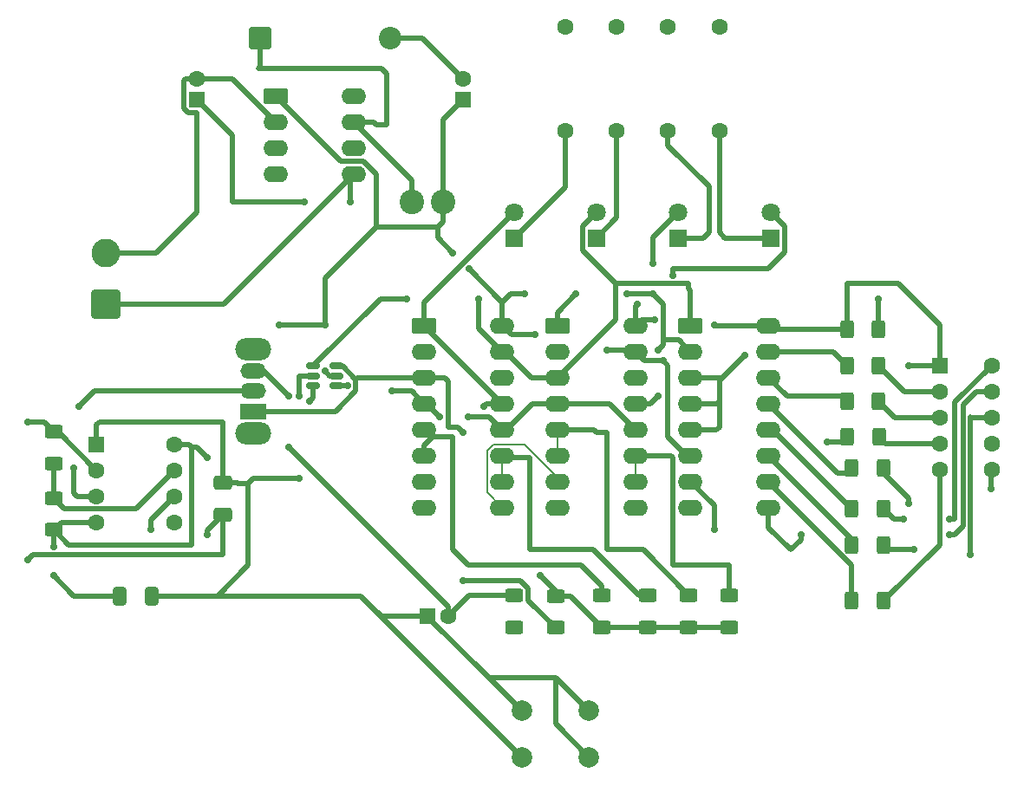
<source format=gbr>
%TF.GenerationSoftware,KiCad,Pcbnew,9.0.3*%
%TF.CreationDate,2025-12-16T11:32:59+01:00*%
%TF.ProjectId,PTP_project1,5054505f-7072-46f6-9a65-6374312e6b69,rev?*%
%TF.SameCoordinates,Original*%
%TF.FileFunction,Copper,L1,Top*%
%TF.FilePolarity,Positive*%
%FSLAX46Y46*%
G04 Gerber Fmt 4.6, Leading zero omitted, Abs format (unit mm)*
G04 Created by KiCad (PCBNEW 9.0.3) date 2025-12-16 11:32:59*
%MOMM*%
%LPD*%
G01*
G04 APERTURE LIST*
G04 Aperture macros list*
%AMRoundRect*
0 Rectangle with rounded corners*
0 $1 Rounding radius*
0 $2 $3 $4 $5 $6 $7 $8 $9 X,Y pos of 4 corners*
0 Add a 4 corners polygon primitive as box body*
4,1,4,$2,$3,$4,$5,$6,$7,$8,$9,$2,$3,0*
0 Add four circle primitives for the rounded corners*
1,1,$1+$1,$2,$3*
1,1,$1+$1,$4,$5*
1,1,$1+$1,$6,$7*
1,1,$1+$1,$8,$9*
0 Add four rect primitives between the rounded corners*
20,1,$1+$1,$2,$3,$4,$5,0*
20,1,$1+$1,$4,$5,$6,$7,0*
20,1,$1+$1,$6,$7,$8,$9,0*
20,1,$1+$1,$8,$9,$2,$3,0*%
G04 Aperture macros list end*
%TA.AperFunction,SMDPad,CuDef*%
%ADD10RoundRect,0.250000X0.625000X-0.400000X0.625000X0.400000X-0.625000X0.400000X-0.625000X-0.400000X0*%
%TD*%
%TA.AperFunction,ComponentPad*%
%ADD11RoundRect,0.250000X-0.950000X-0.550000X0.950000X-0.550000X0.950000X0.550000X-0.950000X0.550000X0*%
%TD*%
%TA.AperFunction,ComponentPad*%
%ADD12O,2.400000X1.600000*%
%TD*%
%TA.AperFunction,SMDPad,CuDef*%
%ADD13RoundRect,0.250000X-0.400000X-0.625000X0.400000X-0.625000X0.400000X0.625000X-0.400000X0.625000X0*%
%TD*%
%TA.AperFunction,ComponentPad*%
%ADD14C,1.600000*%
%TD*%
%TA.AperFunction,ComponentPad*%
%ADD15RoundRect,0.249999X-0.850001X-0.850001X0.850001X-0.850001X0.850001X0.850001X-0.850001X0.850001X0*%
%TD*%
%TA.AperFunction,ComponentPad*%
%ADD16C,2.200000*%
%TD*%
%TA.AperFunction,SMDPad,CuDef*%
%ADD17RoundRect,0.150000X-0.512500X-0.150000X0.512500X-0.150000X0.512500X0.150000X-0.512500X0.150000X0*%
%TD*%
%TA.AperFunction,SMDPad,CuDef*%
%ADD18RoundRect,0.250000X-0.412500X-0.650000X0.412500X-0.650000X0.412500X0.650000X-0.412500X0.650000X0*%
%TD*%
%TA.AperFunction,ComponentPad*%
%ADD19R,1.800000X1.800000*%
%TD*%
%TA.AperFunction,ComponentPad*%
%ADD20C,1.800000*%
%TD*%
%TA.AperFunction,ComponentPad*%
%ADD21RoundRect,0.250000X0.550000X-0.550000X0.550000X0.550000X-0.550000X0.550000X-0.550000X-0.550000X0*%
%TD*%
%TA.AperFunction,ComponentPad*%
%ADD22RoundRect,0.250001X1.149999X-1.149999X1.149999X1.149999X-1.149999X1.149999X-1.149999X-1.149999X0*%
%TD*%
%TA.AperFunction,ComponentPad*%
%ADD23C,2.800000*%
%TD*%
%TA.AperFunction,ComponentPad*%
%ADD24RoundRect,0.250000X-0.550000X-0.550000X0.550000X-0.550000X0.550000X0.550000X-0.550000X0.550000X0*%
%TD*%
%TA.AperFunction,ComponentPad*%
%ADD25R,1.600000X1.600000*%
%TD*%
%TA.AperFunction,ComponentPad*%
%ADD26C,2.000000*%
%TD*%
%TA.AperFunction,SMDPad,CuDef*%
%ADD27RoundRect,0.250000X0.650000X-0.412500X0.650000X0.412500X-0.650000X0.412500X-0.650000X-0.412500X0*%
%TD*%
%TA.AperFunction,ComponentPad*%
%ADD28C,2.400000*%
%TD*%
%TA.AperFunction,ComponentPad*%
%ADD29O,3.500000X2.200000*%
%TD*%
%TA.AperFunction,ComponentPad*%
%ADD30R,2.500000X1.500000*%
%TD*%
%TA.AperFunction,ComponentPad*%
%ADD31O,2.500000X1.500000*%
%TD*%
%TA.AperFunction,ViaPad*%
%ADD32C,0.700000*%
%TD*%
%TA.AperFunction,Conductor*%
%ADD33C,0.500000*%
%TD*%
%TA.AperFunction,Conductor*%
%ADD34C,0.200000*%
%TD*%
G04 APERTURE END LIST*
D10*
%TO.P,R9,1*%
%TO.N,+5V*%
X159500000Y-92550000D03*
%TO.P,R9,2*%
%TO.N,Net-(U2A-J)*%
X159500000Y-89450000D03*
%TD*%
D11*
%TO.P,U2,1,Q*%
%TO.N,Q0*%
X142190000Y-63110000D03*
D12*
%TO.P,U2,2,~{Q}*%
%TO.N,unconnected-(U2A-~{Q}-Pad2)*%
X142190000Y-65650000D03*
%TO.P,U2,3,C*%
%TO.N,Clock*%
X142190000Y-68190000D03*
%TO.P,U2,4,R*%
%TO.N,Reset*%
X142190000Y-70730000D03*
%TO.P,U2,5,K*%
%TO.N,Net-(U2A-J)*%
X142190000Y-73270000D03*
%TO.P,U2,6,J*%
X142190000Y-75810000D03*
%TO.P,U2,7,S*%
%TO.N,GND*%
X142190000Y-78350000D03*
%TO.P,U2,8,VSS*%
X142190000Y-80890000D03*
%TO.P,U2,9,S*%
X149810000Y-80890000D03*
%TO.P,U2,10,J*%
%TO.N,Net-(U2B-J)*%
X149810000Y-78350000D03*
%TO.P,U2,11,K*%
X149810000Y-75810000D03*
%TO.P,U2,12,R*%
%TO.N,Reset*%
X149810000Y-73270000D03*
%TO.P,U2,13,C*%
%TO.N,Q0*%
X149810000Y-70730000D03*
%TO.P,U2,14,~{Q}*%
%TO.N,unconnected-(U2B-~{Q}-Pad14)*%
X149810000Y-68190000D03*
%TO.P,U2,15,Q*%
%TO.N,Q1*%
X149810000Y-65650000D03*
%TO.P,U2,16,VDD*%
%TO.N,+5V*%
X149810000Y-63110000D03*
%TD*%
D13*
%TO.P,R14,1*%
%TO.N,Net-(U4-d)*%
X183950000Y-90000000D03*
%TO.P,R14,2*%
%TO.N,Net-(U5-D)*%
X187050000Y-90000000D03*
%TD*%
%TO.P,R6,1*%
%TO.N,Net-(U4-b)*%
X183950000Y-81000000D03*
%TO.P,R6,2*%
%TO.N,Net-(U5-B)*%
X187050000Y-81000000D03*
%TD*%
D14*
%TO.P,R4,1*%
%TO.N,Net-(D5-K)*%
X171000000Y-44080000D03*
%TO.P,R4,2*%
%TO.N,GND*%
X171000000Y-33920000D03*
%TD*%
D15*
%TO.P,D4,1,K*%
%TO.N,Net-(D4-K)*%
X126150000Y-35000000D03*
D16*
%TO.P,D4,2,A*%
%TO.N,GND*%
X138850000Y-35000000D03*
%TD*%
D17*
%TO.P,U6,1,A*%
%TO.N,Q1*%
X131362500Y-67050000D03*
%TO.P,U6,2,GND*%
%TO.N,GND*%
X131362500Y-68000000D03*
%TO.P,U6,3,B*%
%TO.N,Q3*%
X131362500Y-68950000D03*
%TO.P,U6,4,Y*%
%TO.N,Reset*%
X133637500Y-68950000D03*
%TO.P,U6,5,VCC*%
%TO.N,+5V*%
X133637500Y-68000000D03*
%TO.P,U6,6,C*%
%TO.N,Clock*%
X133637500Y-67050000D03*
%TD*%
D13*
%TO.P,R18,1*%
%TO.N,Net-(U4-g)*%
X183450000Y-70500000D03*
%TO.P,R18,2*%
%TO.N,Net-(U5-G)*%
X186550000Y-70500000D03*
%TD*%
D11*
%TO.P,U1,1,FB*%
%TO.N,+5V*%
X127690000Y-40690000D03*
D12*
%TO.P,U1,2,SGND*%
%TO.N,GND*%
X127690000Y-43230000D03*
%TO.P,U1,3,~{ON}/OFF*%
X127690000Y-45770000D03*
%TO.P,U1,4,PGND*%
X127690000Y-48310000D03*
%TO.P,U1,5,VIN*%
%TO.N,VD*%
X135310000Y-48310000D03*
%TO.P,U1,6,NC*%
%TO.N,unconnected-(U1-NC-Pad6)*%
X135310000Y-45770000D03*
%TO.P,U1,7,OUT*%
%TO.N,Net-(D4-K)*%
X135310000Y-43230000D03*
%TO.P,U1,8,NC*%
%TO.N,unconnected-(U1-NC-Pad8)*%
X135310000Y-40690000D03*
%TD*%
D10*
%TO.P,R10,1*%
%TO.N,+5V*%
X164000000Y-92550000D03*
%TO.P,R10,2*%
%TO.N,Net-(U2B-J)*%
X164000000Y-89450000D03*
%TD*%
D18*
%TO.P,C4,1*%
%TO.N,+5V*%
X112437500Y-89500000D03*
%TO.P,C4,2*%
%TO.N,GND*%
X115562500Y-89500000D03*
%TD*%
D11*
%TO.P,U3,1,Q*%
%TO.N,Q2*%
X155190000Y-63110000D03*
D12*
%TO.P,U3,2,~{Q}*%
%TO.N,unconnected-(U3A-~{Q}-Pad2)*%
X155190000Y-65650000D03*
%TO.P,U3,3,C*%
%TO.N,Q1*%
X155190000Y-68190000D03*
%TO.P,U3,4,R*%
%TO.N,Reset*%
X155190000Y-70730000D03*
%TO.P,U3,5,K*%
%TO.N,Net-(U3A-J)*%
X155190000Y-73270000D03*
%TO.P,U3,6,J*%
X155190000Y-75810000D03*
%TO.P,U3,7,S*%
%TO.N,GND*%
X155190000Y-78350000D03*
%TO.P,U3,8,VSS*%
X155190000Y-80890000D03*
%TO.P,U3,9,S*%
X162810000Y-80890000D03*
%TO.P,U3,10,J*%
%TO.N,Net-(U3B-J)*%
X162810000Y-78350000D03*
%TO.P,U3,11,K*%
X162810000Y-75810000D03*
%TO.P,U3,12,R*%
%TO.N,Reset*%
X162810000Y-73270000D03*
%TO.P,U3,13,C*%
%TO.N,Q2*%
X162810000Y-70730000D03*
%TO.P,U3,14,~{Q}*%
%TO.N,unconnected-(U3B-~{Q}-Pad14)*%
X162810000Y-68190000D03*
%TO.P,U3,15,Q*%
%TO.N,Q3*%
X162810000Y-65650000D03*
%TO.P,U3,16,VDD*%
%TO.N,+5V*%
X162810000Y-63110000D03*
%TD*%
D19*
%TO.P,D3,1,K*%
%TO.N,Net-(D3-K)*%
X167000000Y-54540000D03*
D20*
%TO.P,D3,2,A*%
%TO.N,Q2*%
X167000000Y-52000000D03*
%TD*%
D11*
%TO.P,U4,1,B*%
%TO.N,Q1*%
X168190000Y-63110000D03*
D12*
%TO.P,U4,2,C*%
%TO.N,Q2*%
X168190000Y-65650000D03*
%TO.P,U4,3,LT*%
%TO.N,Net-(U4-BI)*%
X168190000Y-68190000D03*
%TO.P,U4,4,BI*%
X168190000Y-70730000D03*
%TO.P,U4,5,RBI*%
X168190000Y-73270000D03*
%TO.P,U4,6,D*%
%TO.N,Q3*%
X168190000Y-75810000D03*
%TO.P,U4,7,A*%
%TO.N,Q0*%
X168190000Y-78350000D03*
%TO.P,U4,8,GND*%
%TO.N,GND*%
X168190000Y-80890000D03*
%TO.P,U4,9,e*%
%TO.N,Net-(U4-e)*%
X175810000Y-80890000D03*
%TO.P,U4,10,d*%
%TO.N,Net-(U4-d)*%
X175810000Y-78350000D03*
%TO.P,U4,11,c*%
%TO.N,Net-(U4-c)*%
X175810000Y-75810000D03*
%TO.P,U4,12,b*%
%TO.N,Net-(U4-b)*%
X175810000Y-73270000D03*
%TO.P,U4,13,a*%
%TO.N,Net-(U4-a)*%
X175810000Y-70730000D03*
%TO.P,U4,14,g*%
%TO.N,Net-(U4-g)*%
X175810000Y-68190000D03*
%TO.P,U4,15,f*%
%TO.N,Net-(U4-f)*%
X175810000Y-65650000D03*
%TO.P,U4,16,VCC*%
%TO.N,+5V*%
X175810000Y-63110000D03*
%TD*%
D21*
%TO.P,C2,1*%
%TO.N,+5V*%
X146000000Y-41000000D03*
D14*
%TO.P,C2,2*%
%TO.N,GND*%
X146000000Y-39000000D03*
%TD*%
D10*
%TO.P,R13,1*%
%TO.N,Net-(R13-Pad1)*%
X151000000Y-92550000D03*
%TO.P,R13,2*%
%TO.N,Net-(SW2-A)*%
X151000000Y-89450000D03*
%TD*%
D22*
%TO.P,J1,1,Pin_1*%
%TO.N,VD*%
X111117500Y-61000000D03*
D23*
%TO.P,J1,2,Pin_2*%
%TO.N,GND*%
X111117500Y-56000000D03*
%TD*%
D10*
%TO.P,R12,1*%
%TO.N,+5V*%
X172000000Y-92550000D03*
%TO.P,R12,2*%
%TO.N,Net-(U3B-J)*%
X172000000Y-89450000D03*
%TD*%
D24*
%TO.P,U7,1,GND*%
%TO.N,GND*%
X110195000Y-74690000D03*
D14*
%TO.P,U7,2,TR*%
%TO.N,Net-(U7-THR)*%
X110195000Y-77230000D03*
%TO.P,U7,3,Q*%
%TO.N,555*%
X110195000Y-79770000D03*
%TO.P,U7,4,R*%
%TO.N,+5V*%
X110195000Y-82310000D03*
%TO.P,U7,5,CV*%
%TO.N,unconnected-(U7-CV-Pad5)*%
X117815000Y-82310000D03*
%TO.P,U7,6,THR*%
%TO.N,Net-(U7-THR)*%
X117815000Y-79770000D03*
%TO.P,U7,7,DIS*%
%TO.N,Net-(U7-DIS)*%
X117815000Y-77230000D03*
%TO.P,U7,8,VCC*%
%TO.N,+5V*%
X117815000Y-74690000D03*
%TD*%
%TO.P,R1,1*%
%TO.N,Net-(D1-K)*%
X156000000Y-44080000D03*
%TO.P,R1,2*%
%TO.N,GND*%
X156000000Y-33920000D03*
%TD*%
D25*
%TO.P,U5,1,CA*%
%TO.N,+5V*%
X192532500Y-66982500D03*
D14*
%TO.P,U5,2,F*%
%TO.N,Net-(U5-F)*%
X192532500Y-69522500D03*
%TO.P,U5,3,G*%
%TO.N,Net-(U5-G)*%
X192532500Y-72062500D03*
%TO.P,U5,4,E*%
%TO.N,Net-(U5-E)*%
X192532500Y-74602500D03*
%TO.P,U5,5,D*%
%TO.N,Net-(U5-D)*%
X192532500Y-77142500D03*
%TO.P,U5,6,CA*%
%TO.N,+5V*%
X197612500Y-77142500D03*
%TO.P,U5,7,DP*%
%TO.N,unconnected-(U5-DP-Pad7)*%
X197612500Y-74602500D03*
%TO.P,U5,8,C*%
%TO.N,Net-(U5-C)*%
X197612500Y-72062500D03*
%TO.P,U5,9,B*%
%TO.N,Net-(U5-B)*%
X197612500Y-69522500D03*
%TO.P,U5,10,A*%
%TO.N,Net-(U5-A)*%
X197612500Y-66982500D03*
%TD*%
D13*
%TO.P,R5,1*%
%TO.N,Net-(U4-a)*%
X183950000Y-77000000D03*
%TO.P,R5,2*%
%TO.N,Net-(U5-A)*%
X187050000Y-77000000D03*
%TD*%
D19*
%TO.P,D1,1,K*%
%TO.N,Net-(D1-K)*%
X151000000Y-54540000D03*
D20*
%TO.P,D1,2,A*%
%TO.N,Q0*%
X151000000Y-52000000D03*
%TD*%
D13*
%TO.P,R17,1*%
%TO.N,Net-(U4-f)*%
X183450000Y-67000000D03*
%TO.P,R17,2*%
%TO.N,Net-(U5-F)*%
X186550000Y-67000000D03*
%TD*%
D10*
%TO.P,R20,1*%
%TO.N,Net-(U7-DIS)*%
X106000000Y-76550000D03*
%TO.P,R20,2*%
%TO.N,Net-(U7-THR)*%
X106000000Y-73450000D03*
%TD*%
%TO.P,R11,1*%
%TO.N,+5V*%
X168000000Y-92550000D03*
%TO.P,R11,2*%
%TO.N,Net-(U3A-J)*%
X168000000Y-89450000D03*
%TD*%
D21*
%TO.P,C1,1*%
%TO.N,VD*%
X120000000Y-41000000D03*
D14*
%TO.P,C1,2*%
%TO.N,GND*%
X120000000Y-39000000D03*
%TD*%
D19*
%TO.P,D2,1,K*%
%TO.N,Net-(D2-K)*%
X159000000Y-54540000D03*
D20*
%TO.P,D2,2,A*%
%TO.N,Q1*%
X159000000Y-52000000D03*
%TD*%
D13*
%TO.P,R16,1*%
%TO.N,Net-(U4-e)*%
X183500000Y-74000000D03*
%TO.P,R16,2*%
%TO.N,Net-(U5-E)*%
X186600000Y-74000000D03*
%TD*%
D14*
%TO.P,R3,1*%
%TO.N,Net-(D3-K)*%
X166000000Y-44080000D03*
%TO.P,R3,2*%
%TO.N,GND*%
X166000000Y-33920000D03*
%TD*%
D26*
%TO.P,SW1,1,A*%
%TO.N,GND*%
X151750000Y-100750000D03*
X158250000Y-100750000D03*
%TO.P,SW1,2,A*%
X151750000Y-105250000D03*
X158250000Y-105250000D03*
%TD*%
D27*
%TO.P,C5,1*%
%TO.N,Net-(U7-THR)*%
X122500000Y-81562500D03*
%TO.P,C5,2*%
%TO.N,GND*%
X122500000Y-78437500D03*
%TD*%
D14*
%TO.P,R2,1*%
%TO.N,Net-(D2-K)*%
X161000000Y-44080000D03*
%TO.P,R2,2*%
%TO.N,GND*%
X161000000Y-33920000D03*
%TD*%
D28*
%TO.P,L1,1,1*%
%TO.N,Net-(D4-K)*%
X141000000Y-51000000D03*
%TO.P,L1,2,2*%
%TO.N,+5V*%
X144000000Y-51000000D03*
%TD*%
D24*
%TO.P,C3,1*%
%TO.N,GND*%
X142544888Y-91500000D03*
D14*
%TO.P,C3,2*%
%TO.N,Net-(SW2-A)*%
X144544888Y-91500000D03*
%TD*%
D19*
%TO.P,D5,1,K*%
%TO.N,Net-(D5-K)*%
X176000000Y-54540000D03*
D20*
%TO.P,D5,2,A*%
%TO.N,Q3*%
X176000000Y-52000000D03*
%TD*%
D13*
%TO.P,R8,1*%
%TO.N,Net-(U4-c)*%
X183950000Y-84500000D03*
%TO.P,R8,2*%
%TO.N,Net-(U5-C)*%
X187050000Y-84500000D03*
%TD*%
D10*
%TO.P,R19,1*%
%TO.N,+5V*%
X106000000Y-83050000D03*
%TO.P,R19,2*%
%TO.N,Net-(U7-DIS)*%
X106000000Y-79950000D03*
%TD*%
D13*
%TO.P,R15,1*%
%TO.N,+5V*%
X183450000Y-63500000D03*
%TO.P,R15,2*%
%TO.N,Net-(U4-BI)*%
X186550000Y-63500000D03*
%TD*%
D29*
%TO.P,SW2,*%
%TO.N,*%
X125500000Y-73600000D03*
X125500000Y-65400000D03*
D30*
%TO.P,SW2,1,B*%
%TO.N,Clock*%
X125500000Y-71500000D03*
D31*
%TO.P,SW2,2,C*%
%TO.N,555*%
X125500000Y-69500000D03*
%TO.P,SW2,3,A*%
%TO.N,Net-(SW2-A)*%
X125500000Y-67500000D03*
%TD*%
D10*
%TO.P,R7,1*%
%TO.N,Clock*%
X155000000Y-92600000D03*
%TO.P,R7,2*%
%TO.N,+5V*%
X155000000Y-89500000D03*
%TD*%
D32*
%TO.N,VD*%
X130500000Y-51000000D03*
X135000000Y-51000000D03*
%TO.N,GND*%
X130000000Y-70000000D03*
X130000000Y-78000000D03*
%TO.N,+5V*%
X132500000Y-63000000D03*
X146565686Y-57565686D03*
X106000000Y-84700000D03*
X132500001Y-67520312D03*
X153000000Y-64000000D03*
X153500000Y-87500000D03*
X197500000Y-79000000D03*
X163000000Y-61000000D03*
X170500000Y-63000000D03*
X152000000Y-60000000D03*
X189500000Y-67000000D03*
X121000000Y-76000000D03*
X145000000Y-56000000D03*
X128000000Y-63000000D03*
X164700000Y-62500000D03*
X106000000Y-87500000D03*
%TO.N,Net-(SW2-A)*%
X129000000Y-70000000D03*
X129000000Y-75000000D03*
%TO.N,Net-(U7-THR)*%
X103500000Y-72500000D03*
X115500000Y-83000000D03*
X121000000Y-83500000D03*
X103500000Y-86000000D03*
%TO.N,Q0*%
X170500000Y-83000000D03*
X148000000Y-71000000D03*
%TO.N,Q1*%
X140500000Y-60500000D03*
X147500000Y-60500000D03*
%TO.N,Q2*%
X157000000Y-60000000D03*
X162000000Y-60000000D03*
X165000000Y-65500000D03*
X164500000Y-60000000D03*
X165000000Y-70000000D03*
X164500000Y-57000000D03*
%TO.N,Q3*%
X131000000Y-70500000D03*
X166500000Y-58200000D03*
X165500000Y-66500000D03*
X160000000Y-65500000D03*
%TO.N,Net-(U5-A)*%
X189500000Y-80500000D03*
X193500000Y-82000000D03*
%TO.N,Net-(U5-B)*%
X189000000Y-82000000D03*
X193500000Y-83500000D03*
%TO.N,Clock*%
X146000000Y-88000000D03*
X146000000Y-73500000D03*
%TO.N,Net-(U5-C)*%
X190000000Y-85000000D03*
X195500000Y-85500000D03*
%TO.N,Net-(U4-BI)*%
X186500000Y-60500000D03*
X173500000Y-66000000D03*
%TO.N,Net-(U4-e)*%
X179000000Y-83500000D03*
X181500000Y-74500000D03*
%TO.N,555*%
X108000000Y-77000000D03*
X108500000Y-71000000D03*
%TO.N,Reset*%
X146500000Y-72000000D03*
X134700000Y-69000000D03*
X139000000Y-69500000D03*
X143700000Y-72000000D03*
%TD*%
D33*
%TO.N,Net-(U4-g)*%
X182950000Y-70000000D02*
X183450000Y-70500000D01*
X177620000Y-70000000D02*
X182950000Y-70000000D01*
X175810000Y-68190000D02*
X177620000Y-70000000D01*
%TO.N,+5V*%
X164000000Y-92550000D02*
X168000000Y-92550000D01*
X159500000Y-92550000D02*
X164000000Y-92550000D01*
D34*
%TO.N,Net-(U3B-J)*%
X162810000Y-78350000D02*
X162810000Y-75810000D01*
%TO.N,Net-(U3A-J)*%
X155190000Y-75810000D02*
X155190000Y-73270000D01*
%TO.N,Net-(U2B-J)*%
X149810000Y-78350000D02*
X149810000Y-75810000D01*
%TO.N,GND*%
X148953951Y-74709000D02*
X151988232Y-74709000D01*
X151988232Y-74709000D02*
X155190000Y-77910768D01*
X148309000Y-75353951D02*
X148953951Y-74709000D01*
X148309000Y-79389000D02*
X148309000Y-75353951D01*
X149810000Y-80890000D02*
X148309000Y-79389000D01*
X155190000Y-77910768D02*
X155190000Y-78350000D01*
D33*
%TO.N,VD*%
X123500000Y-51000000D02*
X130500000Y-51000000D01*
X135000000Y-51000000D02*
X135000000Y-48620000D01*
X135000000Y-48620000D02*
X135310000Y-48310000D01*
X120000000Y-41000000D02*
X123500000Y-44500000D01*
X122620000Y-61000000D02*
X135310000Y-48310000D01*
X123500000Y-44500000D02*
X123500000Y-51000000D01*
X111117500Y-61000000D02*
X122620000Y-61000000D01*
%TO.N,GND*%
X158250000Y-105250000D02*
X155000000Y-102000000D01*
X120000000Y-42251000D02*
X119152708Y-42251000D01*
X155000000Y-102000000D02*
X155000000Y-97500000D01*
X110195000Y-72805000D02*
X110500000Y-72500000D01*
X151750000Y-100750000D02*
X148500000Y-97500000D01*
X110195000Y-74690000D02*
X110195000Y-72805000D01*
X111117500Y-56000000D02*
X116000000Y-56000000D01*
X136000000Y-89500000D02*
X122000000Y-89500000D01*
X118749000Y-39119630D02*
X118868630Y-39000000D01*
X124000000Y-78500000D02*
X123937500Y-78437500D01*
X131362500Y-68000000D02*
X130000000Y-68000000D01*
X125500000Y-78000000D02*
X125000000Y-78500000D01*
X110500000Y-72500000D02*
X122500000Y-72500000D01*
X142000000Y-35000000D02*
X146000000Y-39000000D01*
X138000000Y-91500000D02*
X136000000Y-89500000D01*
X120000000Y-39000000D02*
X123460000Y-39000000D01*
X142544888Y-91500000D02*
X138000000Y-91500000D01*
X116000000Y-56000000D02*
X120000000Y-52000000D01*
X119152708Y-42251000D02*
X118749000Y-41847292D01*
X138850000Y-35000000D02*
X142000000Y-35000000D01*
X130000000Y-68000000D02*
X130000000Y-70000000D01*
X155000000Y-97500000D02*
X148500000Y-97500000D01*
X151750000Y-105250000D02*
X136000000Y-89500000D01*
X118868630Y-39000000D02*
X120000000Y-39000000D01*
X122500000Y-72500000D02*
X122500000Y-78437500D01*
X130000000Y-78000000D02*
X125500000Y-78000000D01*
X120000000Y-52000000D02*
X120000000Y-42251000D01*
X125000000Y-78500000D02*
X124000000Y-78500000D01*
X148500000Y-97500000D02*
X142544888Y-91544888D01*
X123460000Y-39000000D02*
X127690000Y-43230000D01*
X118749000Y-41847292D02*
X118749000Y-39119630D01*
X115562500Y-89500000D02*
X122000000Y-89500000D01*
X125000000Y-86500000D02*
X125000000Y-78500000D01*
X142544888Y-91544888D02*
X142544888Y-91500000D01*
X158250000Y-100750000D02*
X155000000Y-97500000D01*
X123937500Y-78437500D02*
X122500000Y-78437500D01*
X122000000Y-89500000D02*
X125000000Y-86500000D01*
%TO.N,+5V*%
X119500000Y-75000000D02*
X119500000Y-84500000D01*
X175810000Y-63110000D02*
X176110000Y-63110000D01*
X106000000Y-84700000D02*
X106000000Y-83050000D01*
X197500000Y-77255000D02*
X197612500Y-77142500D01*
X117815000Y-74690000D02*
X119190000Y-74690000D01*
X119500000Y-75000000D02*
X120000000Y-75000000D01*
X119500000Y-84500000D02*
X107450000Y-84500000D01*
X197500000Y-79000000D02*
X197500000Y-77255000D01*
X192532500Y-63032500D02*
X188500000Y-59000000D01*
X132979689Y-68000000D02*
X132500001Y-67520312D01*
X188500000Y-59000000D02*
X183500000Y-59000000D01*
X164700000Y-62500000D02*
X163420000Y-62500000D01*
X144000000Y-53000000D02*
X144000000Y-51000000D01*
X128000000Y-63000000D02*
X132500000Y-63000000D01*
X107450000Y-84500000D02*
X106000000Y-83050000D01*
X162810000Y-61190000D02*
X163000000Y-61000000D01*
X132500000Y-58500000D02*
X137500000Y-53500000D01*
X192532500Y-66982500D02*
X192532500Y-63032500D01*
X127690000Y-40690000D02*
X134059000Y-47059000D01*
X192532500Y-66982500D02*
X189517500Y-66982500D01*
X162810000Y-63110000D02*
X162810000Y-61190000D01*
X143500000Y-53500000D02*
X143500000Y-54500000D01*
X176500000Y-63500000D02*
X183450000Y-63500000D01*
X144000000Y-43000000D02*
X146000000Y-41000000D01*
X175810000Y-63110000D02*
X170610000Y-63110000D01*
X133637500Y-68000000D02*
X132979689Y-68000000D01*
X112437500Y-89500000D02*
X108000000Y-89500000D01*
X176110000Y-63110000D02*
X176500000Y-63500000D01*
X152000000Y-60000000D02*
X150620000Y-60000000D01*
X172000000Y-92550000D02*
X168000000Y-92550000D01*
X156450000Y-89500000D02*
X159500000Y-92550000D01*
X149810000Y-60810000D02*
X149810000Y-63110000D01*
X150620000Y-60000000D02*
X149810000Y-60810000D01*
X170610000Y-63110000D02*
X170500000Y-63000000D01*
X183450000Y-59050000D02*
X183450000Y-63500000D01*
X153000000Y-64000000D02*
X150700000Y-64000000D01*
X120000000Y-75000000D02*
X121000000Y-76000000D01*
X155000000Y-89000000D02*
X153500000Y-87500000D01*
X143500000Y-53500000D02*
X144000000Y-53000000D01*
X134059000Y-47059000D02*
X136228181Y-47059000D01*
X163420000Y-62500000D02*
X162810000Y-63110000D01*
X132500000Y-63000000D02*
X132500000Y-58500000D01*
X136228181Y-47059000D02*
X137500000Y-48330819D01*
X150700000Y-64000000D02*
X149810000Y-63110000D01*
X183500000Y-59000000D02*
X183450000Y-59050000D01*
X137500000Y-48330819D02*
X137500000Y-53500000D01*
X106740000Y-82310000D02*
X106000000Y-83050000D01*
X155000000Y-89500000D02*
X156450000Y-89500000D01*
X143500000Y-54500000D02*
X145000000Y-56000000D01*
X155000000Y-89500000D02*
X155000000Y-89000000D01*
X108000000Y-89500000D02*
X106000000Y-87500000D01*
X110195000Y-82310000D02*
X106740000Y-82310000D01*
X144000000Y-51000000D02*
X144000000Y-43000000D01*
X189517500Y-66982500D02*
X189500000Y-67000000D01*
X137500000Y-53500000D02*
X143500000Y-53500000D01*
X119190000Y-74690000D02*
X119500000Y-75000000D01*
X146565686Y-57565686D02*
X149810000Y-60810000D01*
%TO.N,Net-(SW2-A)*%
X129000000Y-75000000D02*
X144544888Y-90544888D01*
X151000000Y-89450000D02*
X146594888Y-89450000D01*
X146594888Y-89450000D02*
X144544888Y-91500000D01*
X125500000Y-67500000D02*
X126500000Y-67500000D01*
X144544888Y-90544888D02*
X144544888Y-91500000D01*
X126500000Y-67500000D02*
X129000000Y-70000000D01*
%TO.N,Net-(U7-THR)*%
X122500000Y-85500000D02*
X104000000Y-85500000D01*
X104000000Y-85500000D02*
X103500000Y-86000000D01*
X121000000Y-83500000D02*
X121000000Y-83062500D01*
X110195000Y-77230000D02*
X106415000Y-73450000D01*
X105050000Y-72500000D02*
X106000000Y-73450000D01*
X117815000Y-79770000D02*
X115500000Y-82085000D01*
X106415000Y-73450000D02*
X106000000Y-73450000D01*
X103500000Y-72500000D02*
X105050000Y-72500000D01*
X122500000Y-81562500D02*
X122500000Y-85500000D01*
X115500000Y-82085000D02*
X115500000Y-83000000D01*
X121000000Y-83062500D02*
X122500000Y-81562500D01*
%TO.N,Net-(D1-K)*%
X156000000Y-44080000D02*
X156000000Y-49540000D01*
X156000000Y-49540000D02*
X151000000Y-54540000D01*
%TO.N,Q0*%
X148270000Y-70730000D02*
X148000000Y-71000000D01*
X142190000Y-63110000D02*
X149810000Y-70730000D01*
X170500000Y-80660000D02*
X168190000Y-78350000D01*
X170500000Y-83000000D02*
X170500000Y-80660000D01*
X142190000Y-60810000D02*
X142190000Y-63110000D01*
X151000000Y-52000000D02*
X142190000Y-60810000D01*
X149810000Y-70730000D02*
X148270000Y-70730000D01*
%TO.N,Q1*%
X150150000Y-65650000D02*
X152690000Y-68190000D01*
X160869181Y-59000000D02*
X168000000Y-59000000D01*
X149810000Y-65650000D02*
X150150000Y-65650000D01*
X168000000Y-59000000D02*
X168000000Y-59500000D01*
X159000000Y-52000000D02*
X157649000Y-53351000D01*
X131362500Y-67050000D02*
X137912500Y-60500000D01*
X157649000Y-53351000D02*
X157649000Y-55779819D01*
X147500000Y-60500000D02*
X147500000Y-63340000D01*
X168000000Y-59500000D02*
X168190000Y-59690000D01*
X157649000Y-55779819D02*
X160869181Y-59000000D01*
X152690000Y-68190000D02*
X155190000Y-68190000D01*
X147500000Y-63340000D02*
X149810000Y-65650000D01*
X155190000Y-68190000D02*
X160869181Y-62510819D01*
X168190000Y-59690000D02*
X168190000Y-63110000D01*
X137912500Y-60500000D02*
X140500000Y-60500000D01*
X160869181Y-62510819D02*
X160869181Y-59000000D01*
%TO.N,Net-(D2-K)*%
X161000000Y-52540000D02*
X159000000Y-54540000D01*
X161000000Y-44080000D02*
X161000000Y-52540000D01*
%TO.N,Net-(D3-K)*%
X169460000Y-54540000D02*
X167000000Y-54540000D01*
X170000000Y-49500000D02*
X170000000Y-54000000D01*
X166000000Y-44080000D02*
X166000000Y-45500000D01*
X170000000Y-54000000D02*
X169460000Y-54540000D01*
X166000000Y-45500000D02*
X170000000Y-49500000D01*
%TO.N,Q2*%
X164270000Y-70730000D02*
X165000000Y-70000000D01*
X162810000Y-70730000D02*
X164270000Y-70730000D01*
X165500000Y-61000000D02*
X165500000Y-64500000D01*
X164500000Y-54500000D02*
X164500000Y-57000000D01*
X165500000Y-64500000D02*
X167040000Y-64500000D01*
X165000000Y-65500000D02*
X165500000Y-65000000D01*
X167040000Y-64500000D02*
X168190000Y-65650000D01*
X167000000Y-52000000D02*
X164500000Y-54500000D01*
X155190000Y-63110000D02*
X155190000Y-61810000D01*
X165500000Y-65000000D02*
X165500000Y-64500000D01*
X155190000Y-61810000D02*
X157000000Y-60000000D01*
X164500000Y-60000000D02*
X165500000Y-61000000D01*
X162000000Y-60000000D02*
X164500000Y-60000000D01*
%TO.N,Net-(D4-K)*%
X138500000Y-43500000D02*
X137500000Y-43500000D01*
X137500000Y-43500000D02*
X137230000Y-43230000D01*
X138500000Y-38500000D02*
X138500000Y-43500000D01*
X126000000Y-38000000D02*
X138000000Y-38000000D01*
X126150000Y-35000000D02*
X126150000Y-37850000D01*
X126150000Y-37850000D02*
X126000000Y-38000000D01*
X141000000Y-51000000D02*
X141000000Y-48920000D01*
X137230000Y-43230000D02*
X135310000Y-43230000D01*
X141000000Y-48920000D02*
X135310000Y-43230000D01*
X138000000Y-38000000D02*
X138500000Y-38500000D01*
%TO.N,Q3*%
X177351000Y-53351000D02*
X177351000Y-55891000D01*
X165500000Y-66500000D02*
X163660000Y-66500000D01*
X131362500Y-70137500D02*
X131000000Y-70500000D01*
X175742000Y-57500000D02*
X166500000Y-57500000D01*
X166000000Y-74000000D02*
X167810000Y-75810000D01*
X162660000Y-65500000D02*
X162810000Y-65650000D01*
X176000000Y-52000000D02*
X177351000Y-53351000D01*
X165500000Y-66500000D02*
X166000000Y-67000000D01*
X163660000Y-66500000D02*
X162810000Y-65650000D01*
X177351000Y-55891000D02*
X175742000Y-57500000D01*
X160000000Y-65500000D02*
X162660000Y-65500000D01*
X166000000Y-67000000D02*
X166000000Y-74000000D01*
X167810000Y-75810000D02*
X168190000Y-75810000D01*
X166500000Y-57500000D02*
X166500000Y-58200000D01*
X131362500Y-68950000D02*
X131362500Y-70137500D01*
%TO.N,Net-(D5-K)*%
X171000000Y-54000000D02*
X171540000Y-54540000D01*
X171540000Y-54540000D02*
X176000000Y-54540000D01*
X171000000Y-44080000D02*
X171000000Y-54000000D01*
%TO.N,Net-(U5-A)*%
X194000000Y-82000000D02*
X193500000Y-82000000D01*
X194000000Y-70595000D02*
X194000000Y-82000000D01*
X189500000Y-79950000D02*
X187050000Y-77500000D01*
X189500000Y-80500000D02*
X189500000Y-79950000D01*
X197612500Y-66982500D02*
X194000000Y-70595000D01*
%TO.N,Net-(U4-a)*%
X175810000Y-70730000D02*
X182580000Y-77500000D01*
X182580000Y-77500000D02*
X183950000Y-77500000D01*
%TO.N,Net-(U4-b)*%
X175810000Y-73270000D02*
X176220000Y-73270000D01*
X176220000Y-73270000D02*
X183950000Y-81000000D01*
%TO.N,Net-(U5-B)*%
X189000000Y-82000000D02*
X188050000Y-82000000D01*
X194793182Y-70793182D02*
X194793182Y-82706818D01*
X194500000Y-83000000D02*
X194000000Y-83500000D01*
X194793182Y-82706818D02*
X194500000Y-83000000D01*
X196063864Y-69522500D02*
X194793182Y-70793182D01*
X194000000Y-83500000D02*
X193500000Y-83500000D01*
X188050000Y-82000000D02*
X187050000Y-81000000D01*
X197612500Y-69522500D02*
X196063864Y-69522500D01*
%TO.N,Clock*%
X155000000Y-92600000D02*
X152326000Y-89926000D01*
X152326000Y-88752708D02*
X151573292Y-88000000D01*
X135500000Y-69500000D02*
X135500000Y-68345900D01*
X152326000Y-89926000D02*
X152326000Y-88752708D01*
X125500000Y-71500000D02*
X133500000Y-71500000D01*
X144500000Y-73000000D02*
X144500000Y-68500000D01*
X142190000Y-68190000D02*
X135655900Y-68190000D01*
X135655900Y-68190000D02*
X135500000Y-68345900D01*
X144190000Y-68190000D02*
X142190000Y-68190000D01*
X144500000Y-68500000D02*
X144190000Y-68190000D01*
X135500000Y-68345900D02*
X134204100Y-67050000D01*
X134204100Y-67050000D02*
X133637500Y-67050000D01*
X145500000Y-73000000D02*
X144500000Y-73000000D01*
X133500000Y-71500000D02*
X135500000Y-69500000D01*
X146000000Y-73500000D02*
X145500000Y-73000000D01*
X151573292Y-88000000D02*
X146000000Y-88000000D01*
%TO.N,Net-(U5-C)*%
X195562500Y-72062500D02*
X195500000Y-72000000D01*
X187550000Y-85000000D02*
X187050000Y-84500000D01*
X197612500Y-72062500D02*
X195562500Y-72062500D01*
X195500000Y-72000000D02*
X195500000Y-85500000D01*
X190000000Y-85000000D02*
X187550000Y-85000000D01*
%TO.N,Net-(U4-c)*%
X175810000Y-75810000D02*
X183950000Y-83950000D01*
X183950000Y-83950000D02*
X183950000Y-84500000D01*
%TO.N,Net-(U2A-J)*%
X145000000Y-85000000D02*
X145000000Y-74000000D01*
X142190000Y-74810000D02*
X143000000Y-74000000D01*
X157500000Y-86500000D02*
X146500000Y-86500000D01*
X159500000Y-88500000D02*
X157500000Y-86500000D01*
X142920000Y-74000000D02*
X142190000Y-73270000D01*
X143000000Y-74000000D02*
X142920000Y-74000000D01*
X142190000Y-75810000D02*
X142190000Y-74810000D01*
X159500000Y-89450000D02*
X159500000Y-88500000D01*
X145000000Y-74000000D02*
X143000000Y-74000000D01*
X146500000Y-86500000D02*
X145000000Y-85000000D01*
%TO.N,Net-(U2B-J)*%
X158675000Y-85000000D02*
X152500000Y-85000000D01*
X150000000Y-76000000D02*
X149810000Y-75810000D01*
X152500000Y-76000000D02*
X150000000Y-76000000D01*
X152500000Y-85000000D02*
X152500000Y-76000000D01*
X163125000Y-89450000D02*
X158675000Y-85000000D01*
X164000000Y-89450000D02*
X163125000Y-89450000D01*
%TO.N,Net-(U3A-J)*%
X158770000Y-73270000D02*
X155190000Y-73270000D01*
X168000000Y-89450000D02*
X163550000Y-85000000D01*
X160000000Y-85000000D02*
X160000000Y-73500000D01*
X163550000Y-85000000D02*
X160000000Y-85000000D01*
X159000000Y-73500000D02*
X158770000Y-73270000D01*
X160000000Y-73500000D02*
X159000000Y-73500000D01*
%TO.N,Net-(U3B-J)*%
X166500000Y-86500000D02*
X166500000Y-76000000D01*
X166500000Y-76000000D02*
X166310000Y-75810000D01*
X166310000Y-75810000D02*
X162810000Y-75810000D01*
X172000000Y-86500000D02*
X166500000Y-86500000D01*
X172000000Y-89450000D02*
X172000000Y-86500000D01*
%TO.N,Net-(U5-D)*%
X192532500Y-77142500D02*
X192532500Y-84517500D01*
X192532500Y-84517500D02*
X187050000Y-90000000D01*
%TO.N,Net-(U4-d)*%
X183950000Y-86523292D02*
X183950000Y-90000000D01*
X175810000Y-78383292D02*
X183950000Y-86523292D01*
X175810000Y-78350000D02*
X175810000Y-78383292D01*
%TO.N,Net-(U4-BI)*%
X173500000Y-66000000D02*
X171310000Y-68190000D01*
X168190000Y-70730000D02*
X170770000Y-70730000D01*
X170770000Y-70730000D02*
X171000000Y-70500000D01*
X170730000Y-73270000D02*
X171000000Y-73000000D01*
X186550000Y-63500000D02*
X186550000Y-60550000D01*
X171000000Y-70500000D02*
X171000000Y-68500000D01*
X186550000Y-60550000D02*
X186500000Y-60500000D01*
X171000000Y-68500000D02*
X171310000Y-68190000D01*
X168190000Y-73270000D02*
X170730000Y-73270000D01*
X171310000Y-68190000D02*
X168190000Y-68190000D01*
X171000000Y-73000000D02*
X171000000Y-70500000D01*
%TO.N,Net-(U4-e)*%
X179000000Y-84000000D02*
X179000000Y-83500000D01*
X175810000Y-82810000D02*
X178000000Y-85000000D01*
X181500000Y-74500000D02*
X183000000Y-74500000D01*
X175810000Y-80890000D02*
X175810000Y-82810000D01*
X178000000Y-85000000D02*
X179000000Y-84000000D01*
X183000000Y-74500000D02*
X183500000Y-74000000D01*
%TO.N,Net-(U5-E)*%
X187202500Y-74602500D02*
X186600000Y-74000000D01*
X192532500Y-74602500D02*
X187202500Y-74602500D01*
%TO.N,Net-(U4-f)*%
X175810000Y-65650000D02*
X182100000Y-65650000D01*
X182100000Y-65650000D02*
X183450000Y-67000000D01*
%TO.N,Net-(U5-F)*%
X189072500Y-69522500D02*
X186550000Y-67000000D01*
X192532500Y-69522500D02*
X189072500Y-69522500D01*
%TO.N,Net-(U5-G)*%
X192532500Y-72062500D02*
X188112500Y-72062500D01*
X188112500Y-72062500D02*
X186550000Y-70500000D01*
%TO.N,Net-(U7-DIS)*%
X117815000Y-77230000D02*
X114024000Y-81021000D01*
X106000000Y-76550000D02*
X106000000Y-79950000D01*
X107071000Y-81021000D02*
X106000000Y-79950000D01*
X114024000Y-81021000D02*
X107071000Y-81021000D01*
%TO.N,555*%
X110195000Y-79770000D02*
X108270000Y-79770000D01*
X108500000Y-71000000D02*
X110000000Y-69500000D01*
X108270000Y-79770000D02*
X108000000Y-79500000D01*
X110000000Y-69500000D02*
X125500000Y-69500000D01*
X108000000Y-79500000D02*
X108000000Y-77000000D01*
%TO.N,Reset*%
X142430000Y-70730000D02*
X143700000Y-72000000D01*
X152770000Y-70730000D02*
X155190000Y-70730000D01*
X149810000Y-73270000D02*
X150230000Y-73270000D01*
X142190000Y-70730000D02*
X142430000Y-70730000D01*
X134650000Y-68950000D02*
X134700000Y-69000000D01*
X139000000Y-69500000D02*
X140960000Y-69500000D01*
X146500000Y-72000000D02*
X148540000Y-72000000D01*
X150230000Y-73270000D02*
X152770000Y-70730000D01*
X140960000Y-69500000D02*
X142190000Y-70730000D01*
X148540000Y-72000000D02*
X149810000Y-73270000D01*
X155190000Y-70730000D02*
X160270000Y-70730000D01*
X160270000Y-70730000D02*
X162810000Y-73270000D01*
X133637500Y-68950000D02*
X134650000Y-68950000D01*
%TD*%
M02*

</source>
